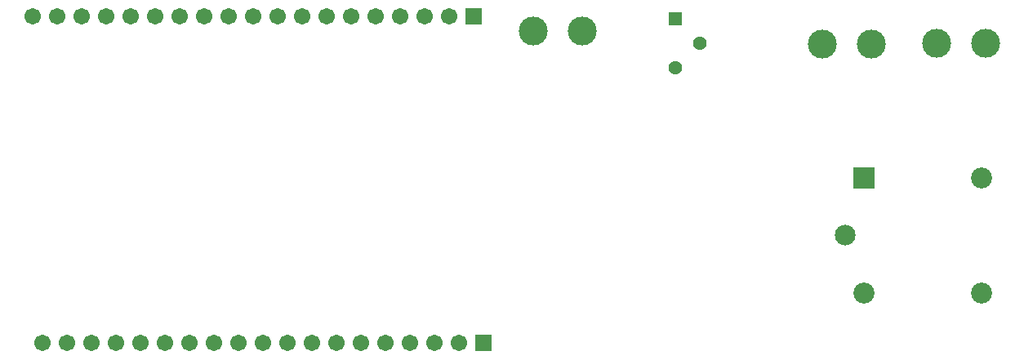
<source format=gbs>
G04*
G04 #@! TF.GenerationSoftware,Altium Limited,Altium Designer,23.9.2 (47)*
G04*
G04 Layer_Color=16711935*
%FSLAX44Y44*%
%MOMM*%
G71*
G04*
G04 #@! TF.SameCoordinates,96740390-7EB4-44B9-9E62-99E587B0A754*
G04*
G04*
G04 #@! TF.FilePolarity,Negative*
G04*
G01*
G75*
%ADD75C,1.7032*%
%ADD76R,1.7032X1.7032*%
%ADD77C,2.9972*%
%ADD78R,1.4252X1.4252*%
%ADD79C,1.4252*%
%ADD80R,2.1832X2.1832*%
%ADD81C,2.1382*%
%ADD82C,2.1832*%
D75*
X374015Y365125D02*
D03*
X399415D02*
D03*
X424815D02*
D03*
X450215D02*
D03*
X475615D02*
D03*
X501015D02*
D03*
X526415D02*
D03*
X551815D02*
D03*
X577215D02*
D03*
X602615D02*
D03*
X628015D02*
D03*
X653415D02*
D03*
X678815D02*
D03*
X704215D02*
D03*
X729615D02*
D03*
X755015D02*
D03*
X780415D02*
D03*
X805815D02*
D03*
X384175Y26035D02*
D03*
X409575D02*
D03*
X434975D02*
D03*
X460375D02*
D03*
X485775D02*
D03*
X511175D02*
D03*
X536575D02*
D03*
X561975D02*
D03*
X587375D02*
D03*
X612775D02*
D03*
X638175D02*
D03*
X663575D02*
D03*
X688975D02*
D03*
X714375D02*
D03*
X739775D02*
D03*
X765175D02*
D03*
X790575D02*
D03*
X815975D02*
D03*
D76*
X831215Y365125D02*
D03*
X841375Y26035D02*
D03*
D77*
X893445Y349885D02*
D03*
X944245D02*
D03*
X1362075Y337185D02*
D03*
X1311275D02*
D03*
X1243965Y335915D02*
D03*
X1193165D02*
D03*
D78*
X1040765Y362585D02*
D03*
D79*
X1066165Y337185D02*
D03*
X1040765Y311785D02*
D03*
D80*
X1236305Y197795D02*
D03*
D81*
X1216305Y137795D02*
D03*
D82*
X1236305Y77795D02*
D03*
X1358305D02*
D03*
Y197795D02*
D03*
M02*

</source>
